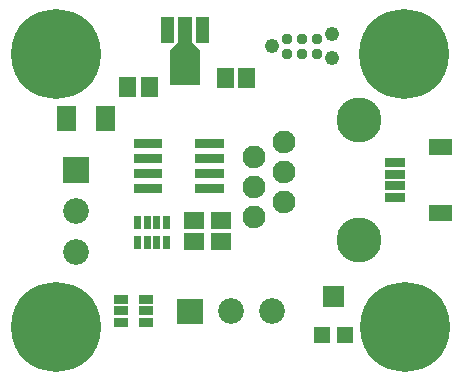
<source format=gbr>
G04 start of page 7 for group -4063 idx -4063 *
G04 Title: (unknown), componentmask *
G04 Creator: pcb 4.0.2 *
G04 CreationDate: Wed Oct 14 23:18:56 2020 UTC *
G04 For: ndholmes *
G04 Format: Gerber/RS-274X *
G04 PCB-Dimensions (mil): 1500.00 1250.00 *
G04 PCB-Coordinate-Origin: lower left *
%MOIN*%
%FSLAX25Y25*%
%LNTOPMASK*%
%ADD56C,0.0370*%
%ADD55C,0.0490*%
%ADD54C,0.0860*%
%ADD53C,0.0001*%
%ADD52C,0.1500*%
%ADD51C,0.0760*%
%ADD50C,0.2997*%
G54D50*X133500Y17000D03*
G54D51*X83000Y53500D03*
G54D52*X118000Y46000D03*
G54D53*G36*
X57255Y26473D02*Y17873D01*
X65855D01*
Y26473D01*
X57255D01*
G37*
G54D54*X75335Y22173D03*
X89114D03*
G54D50*X133000Y108000D03*
G54D55*X89000Y110500D03*
X109000Y114500D03*
Y106500D03*
G54D52*X118000Y86000D03*
G54D50*X17000Y17000D03*
Y108000D03*
G54D53*G36*
X19373Y73745D02*Y65145D01*
X27973D01*
Y73745D01*
X19373D01*
G37*
G54D54*X23673Y55665D03*
Y41886D03*
G54D51*X93000Y58500D03*
X83000Y63500D03*
Y73500D03*
X93000Y68500D03*
Y78500D03*
G54D53*G36*
X43816Y100252D02*X38098D01*
Y93748D01*
X43816D01*
Y100252D01*
G37*
G36*
X23550Y90550D02*X17450D01*
Y82450D01*
X23550D01*
Y90550D01*
G37*
G36*
X36550D02*X30450D01*
Y82450D01*
X36550D01*
Y90550D01*
G37*
G36*
X50902Y100252D02*X45184D01*
Y93748D01*
X50902D01*
Y100252D01*
G37*
G36*
X68096Y120174D02*X63716D01*
Y111700D01*
X68096D01*
Y120174D01*
G37*
G36*
X62190D02*X57810D01*
Y103984D01*
X62190D01*
Y120174D01*
G37*
G36*
X65025Y109465D02*X54975D01*
Y97525D01*
X65025D01*
Y109465D01*
G37*
G36*
X61885Y112429D02*X60041Y110585D01*
X63305Y107321D01*
X65149Y109165D01*
X61885Y112429D01*
G37*
G36*
X59959Y110585D02*X58115Y112429D01*
X54851Y109165D01*
X56695Y107321D01*
X59959Y110585D01*
G37*
G36*
X56284Y120174D02*X51904D01*
Y111700D01*
X56284D01*
Y120174D01*
G37*
G54D56*X94000Y108000D03*
G54D53*G36*
X83402Y103252D02*X77684D01*
Y96748D01*
X83402D01*
Y103252D01*
G37*
G36*
X76316D02*X70598D01*
Y96748D01*
X76316D01*
Y103252D01*
G37*
G54D56*X94000Y113000D03*
X99000D03*
X104000D03*
X99000Y108000D03*
X104000D03*
G54D53*G36*
X44700Y20000D02*Y17000D01*
X49300D01*
Y20000D01*
X44700D01*
G37*
G36*
Y23900D02*Y20900D01*
X49300D01*
Y23900D01*
X44700D01*
G37*
G36*
Y27800D02*Y24800D01*
X49300D01*
Y27800D01*
X44700D01*
G37*
G36*
X36500D02*Y24800D01*
X41100D01*
Y27800D01*
X36500D01*
G37*
G36*
Y23900D02*Y20900D01*
X41100D01*
Y23900D01*
X36500D01*
G37*
G36*
Y20000D02*Y17000D01*
X41100D01*
Y20000D01*
X36500D01*
G37*
G36*
X102949Y17100D02*Y11800D01*
X108250D01*
Y17100D01*
X102949D01*
G37*
G36*
X110750D02*Y11800D01*
X116051D01*
Y17100D01*
X110750D01*
G37*
G36*
X106050Y30700D02*Y23800D01*
X112951D01*
Y30700D01*
X106050D01*
G37*
G36*
X126649Y61575D02*Y58613D01*
X133351D01*
Y61575D01*
X126649D01*
G37*
G36*
X141413Y57638D02*Y52314D01*
X149099D01*
Y57638D01*
X141413D01*
G37*
G36*
X126649Y65512D02*Y62550D01*
X133351D01*
Y65512D01*
X126649D01*
G37*
G36*
Y69450D02*Y66488D01*
X133351D01*
Y69450D01*
X126649D01*
G37*
G36*
Y73387D02*Y70425D01*
X133351D01*
Y73387D01*
X126649D01*
G37*
G36*
X141413Y79686D02*Y74362D01*
X149099D01*
Y79686D01*
X141413D01*
G37*
G36*
X48562Y53920D02*X46288D01*
Y49776D01*
X48562D01*
Y53920D01*
G37*
G36*
X45412D02*X43140D01*
Y49776D01*
X45412D01*
Y53920D01*
G37*
G36*
Y47224D02*X43140D01*
Y43080D01*
X45412D01*
Y47224D01*
G37*
G36*
X48562D02*X46288D01*
Y43080D01*
X48562D01*
Y47224D01*
G37*
G36*
X51712D02*X49438D01*
Y43080D01*
X51712D01*
Y47224D01*
G37*
G36*
X54860Y53920D02*X52588D01*
Y49776D01*
X54860D01*
Y53920D01*
G37*
G36*
X51712D02*X49438D01*
Y49776D01*
X51712D01*
Y53920D01*
G37*
G36*
X54860Y47224D02*X52588D01*
Y43080D01*
X54860D01*
Y47224D01*
G37*
G36*
X59748Y48316D02*Y42598D01*
X66252D01*
Y48316D01*
X59748D01*
G37*
G36*
X68748D02*Y42598D01*
X75252D01*
Y48316D01*
X68748D01*
G37*
G36*
X59748Y55402D02*Y49684D01*
X66252D01*
Y55402D01*
X59748D01*
G37*
G36*
X68748D02*Y49684D01*
X75252D01*
Y55402D01*
X68748D01*
G37*
G36*
X63500Y64500D02*Y61500D01*
X73000D01*
Y64500D01*
X63500D01*
G37*
G36*
Y69500D02*Y66500D01*
X73000D01*
Y69500D01*
X63500D01*
G37*
G36*
Y74500D02*Y71500D01*
X73000D01*
Y74500D01*
X63500D01*
G37*
G36*
Y79500D02*Y76500D01*
X73000D01*
Y79500D01*
X63500D01*
G37*
G36*
X43000D02*Y76500D01*
X52500D01*
Y79500D01*
X43000D01*
G37*
G36*
Y74500D02*Y71500D01*
X52500D01*
Y74500D01*
X43000D01*
G37*
G36*
Y69500D02*Y66500D01*
X52500D01*
Y69500D01*
X43000D01*
G37*
G36*
Y64500D02*Y61500D01*
X52500D01*
Y64500D01*
X43000D01*
G37*
M02*

</source>
